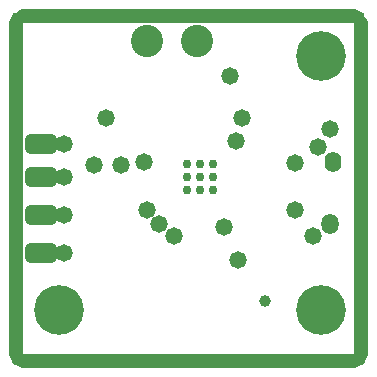
<source format=gbs>
G04*
G04 #@! TF.GenerationSoftware,Altium Limited,Altium Designer,22.6.1 (34)*
G04*
G04 Layer_Color=16711935*
%FSLAX44Y44*%
%MOMM*%
G71*
G04*
G04 #@! TF.SameCoordinates,4B676402-AEF7-43F9-94C9-A96E2D6DE339*
G04*
G04*
G04 #@! TF.FilePolarity,Negative*
G04*
G01*
G75*
%ADD13C,1.2000*%
%ADD49C,2.7272*%
%ADD50O,1.4272X1.7272*%
%ADD51O,1.4432X1.7272*%
G04:AMPARAMS|DCode=52|XSize=2.7272mm|YSize=1.7272mm|CornerRadius=0.4826mm|HoleSize=0mm|Usage=FLASHONLY|Rotation=0.000|XOffset=0mm|YOffset=0mm|HoleType=Round|Shape=RoundedRectangle|*
%AMROUNDEDRECTD52*
21,1,2.7272,0.7620,0,0,0.0*
21,1,1.7620,1.7272,0,0,0.0*
1,1,0.9652,0.8810,-0.3810*
1,1,0.9652,-0.8810,-0.3810*
1,1,0.9652,-0.8810,0.3810*
1,1,0.9652,0.8810,0.3810*
%
%ADD52ROUNDEDRECTD52*%
%ADD53C,4.2032*%
%ADD54C,1.4732*%
%ADD55C,1.0032*%
%ADD56C,0.7532*%
D13*
X286000Y280000D02*
G03*
X280000Y286000I-6000J0D01*
G01*
X286000Y280000D02*
G03*
X280000Y286000I-6000J0D01*
G01*
Y-6000D02*
G03*
X286000Y0I0J6000D01*
G01*
X280000Y-6000D02*
G03*
X286000Y0I0J6000D01*
G01*
X0Y286000D02*
G03*
X-6000Y280000I0J-6000D01*
G01*
X0Y286000D02*
G03*
X-6000Y280000I0J-6000D01*
G01*
Y0D02*
G03*
X0Y-6000I6000J0D01*
G01*
X-6000Y0D02*
G03*
X0Y-6000I6000J0D01*
G01*
X286000Y0D02*
Y280000D01*
X0Y286000D02*
X280000D01*
X0Y-6000D02*
X280000D01*
X-6000Y0D02*
Y280000D01*
D49*
X105000Y265000D02*
D03*
X147500D02*
D03*
D50*
X262500Y162500D02*
D03*
D51*
X260000Y110000D02*
D03*
D52*
X15000Y85000D02*
D03*
Y117500D02*
D03*
Y150000D02*
D03*
Y177500D02*
D03*
D53*
X252500Y252500D02*
D03*
X30000Y37500D02*
D03*
X252500D02*
D03*
D54*
X104902Y121412D02*
D03*
X230316Y122184D02*
D03*
X170000Y107500D02*
D03*
X245000Y100000D02*
D03*
X181610Y79756D02*
D03*
X230234Y161220D02*
D03*
X115000Y110000D02*
D03*
X250000Y175000D02*
D03*
X82500Y160000D02*
D03*
X102500Y162500D02*
D03*
X127500Y100000D02*
D03*
X180000Y180550D02*
D03*
X175000Y235000D02*
D03*
X260000Y190000D02*
D03*
X60000Y160000D02*
D03*
X70000Y200000D02*
D03*
X185000D02*
D03*
X35000Y85000D02*
D03*
Y117500D02*
D03*
Y150000D02*
D03*
Y177500D02*
D03*
D55*
X205000Y45000D02*
D03*
D56*
X161000Y161000D02*
D03*
Y150000D02*
D03*
Y139000D02*
D03*
X150000Y161000D02*
D03*
Y150000D02*
D03*
Y139000D02*
D03*
X139000Y161000D02*
D03*
Y150000D02*
D03*
Y139000D02*
D03*
M02*

</source>
